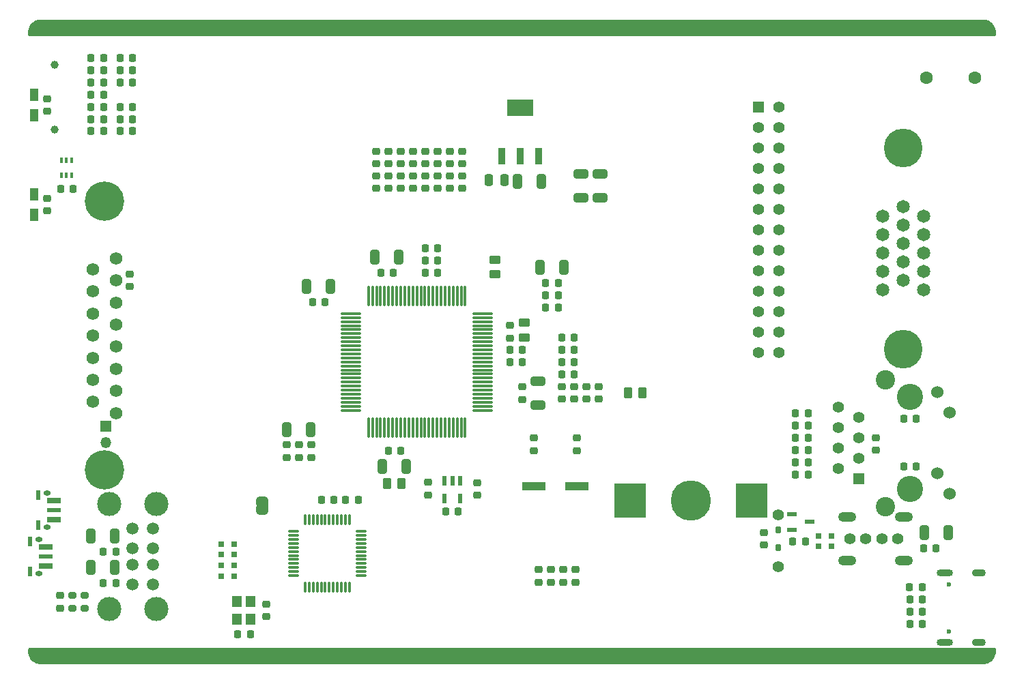
<source format=gbr>
%TF.GenerationSoftware,KiCad,Pcbnew,9.0.0*%
%TF.CreationDate,2025-05-16T22:45:05-04:00*%
%TF.ProjectId,REV.C,5245562e-432e-46b6-9963-61645f706362,0.1*%
%TF.SameCoordinates,Original*%
%TF.FileFunction,Soldermask,Bot*%
%TF.FilePolarity,Negative*%
%FSLAX46Y46*%
G04 Gerber Fmt 4.6, Leading zero omitted, Abs format (unit mm)*
G04 Created by KiCad (PCBNEW 9.0.0) date 2025-05-16 22:45:05*
%MOMM*%
%LPD*%
G01*
G04 APERTURE LIST*
G04 Aperture macros list*
%AMRoundRect*
0 Rectangle with rounded corners*
0 $1 Rounding radius*
0 $2 $3 $4 $5 $6 $7 $8 $9 X,Y pos of 4 corners*
0 Add a 4 corners polygon primitive as box body*
4,1,4,$2,$3,$4,$5,$6,$7,$8,$9,$2,$3,0*
0 Add four circle primitives for the rounded corners*
1,1,$1+$1,$2,$3*
1,1,$1+$1,$4,$5*
1,1,$1+$1,$6,$7*
1,1,$1+$1,$8,$9*
0 Add four rect primitives between the rounded corners*
20,1,$1+$1,$2,$3,$4,$5,0*
20,1,$1+$1,$4,$5,$6,$7,0*
20,1,$1+$1,$6,$7,$8,$9,0*
20,1,$1+$1,$8,$9,$2,$3,0*%
%AMFreePoly0*
4,1,23,0.500000,-0.750000,0.000000,-0.750000,0.000000,-0.745722,-0.065263,-0.745722,-0.191342,-0.711940,-0.304381,-0.646677,-0.396677,-0.554381,-0.461940,-0.441342,-0.495722,-0.315263,-0.495722,-0.250000,-0.500000,-0.250000,-0.500000,0.250000,-0.495722,0.250000,-0.495722,0.315263,-0.461940,0.441342,-0.396677,0.554381,-0.304381,0.646677,-0.191342,0.711940,-0.065263,0.745722,0.000000,0.745722,
0.000000,0.750000,0.500000,0.750000,0.500000,-0.750000,0.500000,-0.750000,$1*%
%AMFreePoly1*
4,1,23,0.000000,0.745722,0.065263,0.745722,0.191342,0.711940,0.304381,0.646677,0.396677,0.554381,0.461940,0.441342,0.495722,0.315263,0.495722,0.250000,0.500000,0.250000,0.500000,-0.250000,0.495722,-0.250000,0.495722,-0.315263,0.461940,-0.441342,0.396677,-0.554381,0.304381,-0.646677,0.191342,-0.711940,0.065263,-0.745722,0.000000,-0.745722,0.000000,-0.750000,-0.500000,-0.750000,
-0.500000,0.750000,0.000000,0.750000,0.000000,0.745722,0.000000,0.745722,$1*%
G04 Aperture macros list end*
%ADD10R,1.350000X1.350000*%
%ADD11O,1.350000X1.350000*%
%ADD12C,1.500000*%
%ADD13C,3.000000*%
%ADD14C,1.562000*%
%ADD15C,4.877000*%
%ADD16C,1.600000*%
%ADD17C,1.397000*%
%ADD18C,1.000000*%
%ADD19R,1.397000X1.397000*%
%ADD20C,3.250000*%
%ADD21R,1.408000X1.408000*%
%ADD22C,1.408000*%
%ADD23C,1.530000*%
%ADD24C,2.400000*%
%ADD25C,1.650000*%
%ADD26C,4.800000*%
%ADD27C,1.420000*%
%ADD28O,2.250000X1.250000*%
%ADD29C,0.600000*%
%ADD30O,2.000000X0.900000*%
%ADD31O,1.700000X0.900000*%
%ADD32RoundRect,0.225000X0.225000X0.250000X-0.225000X0.250000X-0.225000X-0.250000X0.225000X-0.250000X0*%
%ADD33R,0.700000X0.700000*%
%ADD34RoundRect,0.225000X-0.250000X0.225000X-0.250000X-0.225000X0.250000X-0.225000X0.250000X0.225000X0*%
%ADD35RoundRect,0.250000X0.325000X0.650000X-0.325000X0.650000X-0.325000X-0.650000X0.325000X-0.650000X0*%
%ADD36RoundRect,0.250000X-0.650000X0.325000X-0.650000X-0.325000X0.650000X-0.325000X0.650000X0.325000X0*%
%ADD37RoundRect,0.100000X0.100000X-0.225000X0.100000X0.225000X-0.100000X0.225000X-0.100000X-0.225000X0*%
%ADD38RoundRect,0.250000X-0.325000X-0.650000X0.325000X-0.650000X0.325000X0.650000X-0.325000X0.650000X0*%
%ADD39RoundRect,0.225000X-0.225000X-0.250000X0.225000X-0.250000X0.225000X0.250000X-0.225000X0.250000X0*%
%ADD40RoundRect,0.225000X0.250000X-0.225000X0.250000X0.225000X-0.250000X0.225000X-0.250000X-0.225000X0*%
%ADD41R,1.000000X1.500000*%
%ADD42RoundRect,0.250000X-0.450000X0.262500X-0.450000X-0.262500X0.450000X-0.262500X0.450000X0.262500X0*%
%ADD43RoundRect,0.075000X0.075000X-1.162500X0.075000X1.162500X-0.075000X1.162500X-0.075000X-1.162500X0*%
%ADD44RoundRect,0.075000X1.162500X-0.075000X1.162500X0.075000X-1.162500X0.075000X-1.162500X-0.075000X0*%
%ADD45R,1.200000X1.400000*%
%ADD46RoundRect,0.218750X-0.218750X-0.256250X0.218750X-0.256250X0.218750X0.256250X-0.218750X0.256250X0*%
%ADD47R,1.200000X0.600000*%
%ADD48RoundRect,0.250000X0.250000X0.475000X-0.250000X0.475000X-0.250000X-0.475000X0.250000X-0.475000X0*%
%ADD49O,1.400000X0.300000*%
%ADD50O,0.300000X1.400000*%
%ADD51RoundRect,0.250000X0.650000X-0.325000X0.650000X0.325000X-0.650000X0.325000X-0.650000X-0.325000X0*%
%ADD52RoundRect,0.200000X0.275000X-0.200000X0.275000X0.200000X-0.275000X0.200000X-0.275000X-0.200000X0*%
%ADD53FreePoly0,270.000000*%
%ADD54FreePoly1,270.000000*%
%ADD55RoundRect,0.250000X-0.262500X-0.450000X0.262500X-0.450000X0.262500X0.450000X-0.262500X0.450000X0*%
%ADD56R,0.950000X2.150000*%
%ADD57R,3.250000X2.150000*%
%ADD58RoundRect,0.175000X0.175000X-0.275000X0.175000X0.275000X-0.175000X0.275000X-0.175000X-0.275000X0*%
%ADD59O,0.900000X0.600000*%
%ADD60R,1.800000X0.700000*%
%ADD61R,1.800000X0.600000*%
%ADD62R,0.625000X1.300000*%
%ADD63RoundRect,0.218750X0.218750X0.256250X-0.218750X0.256250X-0.218750X-0.256250X0.218750X-0.256250X0*%
%ADD64RoundRect,0.250000X0.262500X0.450000X-0.262500X0.450000X-0.262500X-0.450000X0.262500X-0.450000X0*%
%ADD65R,3.000000X1.000000*%
%ADD66R,3.900000X4.200000*%
%ADD67C,5.000000*%
%ADD68R,0.600000X1.200000*%
G04 APERTURE END LIST*
%TO.C,JP2*%
G36*
X124000000Y-118970000D02*
G01*
X125500000Y-118970000D01*
X125500000Y-119270000D01*
X124000000Y-119270000D01*
X124000000Y-118970000D01*
G37*
%TD*%
D10*
%TO.C,P1*%
X105350000Y-109260000D03*
D11*
X105350000Y-111260000D03*
%TD*%
D12*
%TO.C,J3*%
X111200000Y-121950000D03*
X111200000Y-124450000D03*
X111200000Y-126450000D03*
X111200000Y-128950000D03*
X108600000Y-121950000D03*
X108600000Y-124450000D03*
X108600000Y-126450000D03*
X108600000Y-128950000D03*
D13*
X111550000Y-118900000D03*
X105750000Y-118950000D03*
X105750000Y-131950000D03*
X111550000Y-132000000D03*
%TD*%
D14*
%TO.C,J2*%
X106572000Y-107631000D03*
X106572000Y-104888000D03*
X106572000Y-102145000D03*
X106572000Y-99401000D03*
X106572000Y-96658000D03*
X106572000Y-93915000D03*
X106572000Y-91172000D03*
X106572000Y-88429000D03*
X103727000Y-106259000D03*
X103727000Y-103516000D03*
X103727000Y-100773000D03*
X103727000Y-98030000D03*
X103727000Y-95287000D03*
X103727000Y-92543000D03*
X103727000Y-89800000D03*
D15*
X105150000Y-81367000D03*
X105150000Y-114692000D03*
%TD*%
D16*
%TO.C,J6*%
X213120000Y-66040000D03*
X207120000Y-66040000D03*
%TD*%
D17*
%TO.C,SP1*%
X188730000Y-126751200D03*
X188730000Y-120248800D03*
%TD*%
D18*
%TO.C,J5*%
X99000000Y-64430000D03*
X99000000Y-72430000D03*
%TD*%
D19*
%TO.C,J9*%
X186280000Y-69670000D03*
D17*
X188820000Y-69670000D03*
X186280000Y-72210000D03*
X188820000Y-72210000D03*
X186280000Y-74750000D03*
X188820000Y-74750000D03*
X186280000Y-77290000D03*
X188820000Y-77290000D03*
X186280000Y-79830000D03*
X188820000Y-79830000D03*
X186280000Y-82370000D03*
X188820000Y-82370000D03*
X186280000Y-84910000D03*
X188820000Y-84910000D03*
X186280000Y-87450000D03*
X188820000Y-87450000D03*
X186280000Y-89990000D03*
X188820000Y-89990000D03*
X186280000Y-92530000D03*
X188820000Y-92530000D03*
X186280000Y-95070000D03*
X188820000Y-95070000D03*
X186280000Y-97610000D03*
X188820000Y-97610000D03*
X186280000Y-100150000D03*
X188820000Y-100150000D03*
%TD*%
D20*
%TO.C,J7*%
X205050000Y-105630000D03*
X205050000Y-117060000D03*
D21*
X198700000Y-115790000D03*
D22*
X196160000Y-114520000D03*
X198700000Y-113250000D03*
X196160000Y-111980000D03*
X198700000Y-110710000D03*
X196160000Y-109440000D03*
X198700000Y-108170000D03*
X196160000Y-106900000D03*
D23*
X209950000Y-117670000D03*
X208430000Y-115130000D03*
X209950000Y-107560000D03*
X208430000Y-105020000D03*
D24*
X202000000Y-119220000D03*
X202000000Y-103470000D03*
%TD*%
D25*
%TO.C,J4*%
X201690000Y-83172000D03*
X201690000Y-85462000D03*
X201690000Y-87752000D03*
X201690000Y-90042000D03*
X201690000Y-92332000D03*
X204230000Y-82027000D03*
X204230000Y-84317000D03*
X204230000Y-86607000D03*
X204230000Y-88897000D03*
X204230000Y-91187000D03*
X206770000Y-83172000D03*
X206770000Y-85462000D03*
X206770000Y-87752000D03*
X206770000Y-90042000D03*
X206770000Y-92332000D03*
D26*
X204230000Y-74685000D03*
X204230000Y-99674000D03*
%TD*%
D27*
%TO.C,J1*%
X197578000Y-123222500D03*
X199578000Y-123222500D03*
X201578000Y-123222500D03*
X203578000Y-123222500D03*
D28*
X197308000Y-120487500D03*
X204308000Y-120487500D03*
X197308000Y-125957500D03*
X204308000Y-125957500D03*
%TD*%
D29*
%TO.C,J8*%
X209910000Y-134715000D03*
X209910000Y-128935000D03*
D30*
X209410000Y-136150000D03*
D31*
X213590000Y-136150000D03*
D30*
X209410000Y-127500000D03*
D31*
X213590000Y-127500000D03*
%TD*%
D32*
%TO.C,R18*%
X108625000Y-63530000D03*
X107075000Y-63530000D03*
%TD*%
D33*
%TO.C,L2*%
X121260000Y-126570000D03*
X119660000Y-126570000D03*
X119660000Y-127870000D03*
X121260000Y-127870000D03*
%TD*%
D34*
%TO.C,C13*%
X161900000Y-104365000D03*
X161900000Y-105915000D03*
%TD*%
D35*
%TO.C,C46*%
X130750000Y-109665000D03*
X127800000Y-109665000D03*
%TD*%
D36*
%TO.C,C5*%
X158930000Y-103685000D03*
X158930000Y-106635000D03*
%TD*%
D34*
%TO.C,R37*%
X98010000Y-80975000D03*
X98010000Y-82525000D03*
%TD*%
D37*
%TO.C,U7*%
X101100000Y-78130000D03*
X100450000Y-78130000D03*
X99800000Y-78130000D03*
X99800000Y-76230000D03*
X100450000Y-76230000D03*
X101100000Y-76230000D03*
%TD*%
D38*
%TO.C,C6*%
X159175000Y-89570000D03*
X162125000Y-89570000D03*
%TD*%
D34*
%TO.C,C34*%
X200820000Y-110715000D03*
X200820000Y-112265000D03*
%TD*%
D32*
%TO.C,C1*%
X141885000Y-112300000D03*
X140335000Y-112300000D03*
%TD*%
D39*
%TO.C,C30*%
X99725000Y-79825000D03*
X101275000Y-79825000D03*
%TD*%
D32*
%TO.C,R31*%
X108622500Y-71130000D03*
X107072500Y-71130000D03*
%TD*%
D40*
%TO.C,C4*%
X156970000Y-105935000D03*
X156970000Y-104385000D03*
%TD*%
D32*
%TO.C,R40*%
X206575000Y-132330000D03*
X205025000Y-132330000D03*
%TD*%
D41*
%TO.C,D2*%
X96465000Y-82980000D03*
X96465000Y-80480000D03*
%TD*%
D32*
%TO.C,C24*%
X149025000Y-119812500D03*
X147475000Y-119812500D03*
%TD*%
D42*
%TO.C,FB1*%
X157220000Y-96425000D03*
X157220000Y-98250000D03*
%TD*%
D43*
%TO.C,U3*%
X149900000Y-109450000D03*
X149400000Y-109450000D03*
X148900000Y-109450000D03*
X148400000Y-109450000D03*
X147900000Y-109450000D03*
X147400000Y-109450000D03*
X146900000Y-109450000D03*
X146400000Y-109450000D03*
X145900000Y-109450000D03*
X145400000Y-109450000D03*
X144900000Y-109450000D03*
X144400000Y-109450000D03*
X143900000Y-109450000D03*
X143400000Y-109450000D03*
X142900000Y-109450000D03*
X142400000Y-109450000D03*
X141900000Y-109450000D03*
X141400000Y-109450000D03*
X140900000Y-109450000D03*
X140400000Y-109450000D03*
X139900000Y-109450000D03*
X139400000Y-109450000D03*
X138900000Y-109450000D03*
X138400000Y-109450000D03*
X137900000Y-109450000D03*
D44*
X135737500Y-107287500D03*
X135737500Y-106787500D03*
X135737500Y-106287500D03*
X135737500Y-105787500D03*
X135737500Y-105287500D03*
X135737500Y-104787500D03*
X135737500Y-104287500D03*
X135737500Y-103787500D03*
X135737500Y-103287500D03*
X135737500Y-102787500D03*
X135737500Y-102287500D03*
X135737500Y-101787500D03*
X135737500Y-101287500D03*
X135737500Y-100787500D03*
X135737500Y-100287500D03*
X135737500Y-99787500D03*
X135737500Y-99287500D03*
X135737500Y-98787500D03*
X135737500Y-98287500D03*
X135737500Y-97787500D03*
X135737500Y-97287500D03*
X135737500Y-96787500D03*
X135737500Y-96287500D03*
X135737500Y-95787500D03*
X135737500Y-95287500D03*
D43*
X137900000Y-93125000D03*
X138400000Y-93125000D03*
X138900000Y-93125000D03*
X139400000Y-93125000D03*
X139900000Y-93125000D03*
X140400000Y-93125000D03*
X140900000Y-93125000D03*
X141400000Y-93125000D03*
X141900000Y-93125000D03*
X142400000Y-93125000D03*
X142900000Y-93125000D03*
X143400000Y-93125000D03*
X143900000Y-93125000D03*
X144400000Y-93125000D03*
X144900000Y-93125000D03*
X145400000Y-93125000D03*
X145900000Y-93125000D03*
X146400000Y-93125000D03*
X146900000Y-93125000D03*
X147400000Y-93125000D03*
X147900000Y-93125000D03*
X148400000Y-93125000D03*
X148900000Y-93125000D03*
X149400000Y-93125000D03*
X149900000Y-93125000D03*
D44*
X152062500Y-95287500D03*
X152062500Y-95787500D03*
X152062500Y-96287500D03*
X152062500Y-96787500D03*
X152062500Y-97287500D03*
X152062500Y-97787500D03*
X152062500Y-98287500D03*
X152062500Y-98787500D03*
X152062500Y-99287500D03*
X152062500Y-99787500D03*
X152062500Y-100287500D03*
X152062500Y-100787500D03*
X152062500Y-101287500D03*
X152062500Y-101787500D03*
X152062500Y-102287500D03*
X152062500Y-102787500D03*
X152062500Y-103287500D03*
X152062500Y-103787500D03*
X152062500Y-104287500D03*
X152062500Y-104787500D03*
X152062500Y-105287500D03*
X152062500Y-105787500D03*
X152062500Y-106287500D03*
X152062500Y-106787500D03*
X152062500Y-107287500D03*
%TD*%
D40*
%TO.C,C44*%
X129285000Y-113140000D03*
X129285000Y-111590000D03*
%TD*%
D32*
%TO.C,C12*%
X161425000Y-93050000D03*
X159875000Y-93050000D03*
%TD*%
D39*
%TO.C,C33*%
X190870000Y-115280000D03*
X192420000Y-115280000D03*
%TD*%
%TO.C,R25*%
X190870000Y-113760000D03*
X192420000Y-113760000D03*
%TD*%
%TO.C,C28*%
X144910000Y-87170000D03*
X146460000Y-87170000D03*
%TD*%
D45*
%TO.C,X2*%
X121600000Y-133220000D03*
X121600000Y-131020000D03*
X123300000Y-131020000D03*
X123300000Y-133220000D03*
%TD*%
D32*
%TO.C,R39*%
X206575000Y-130810000D03*
X205025000Y-130810000D03*
%TD*%
D46*
%TO.C,F3*%
X105000000Y-124850000D03*
X106575000Y-124850000D03*
%TD*%
D34*
%TO.C,R3*%
X138850000Y-78165000D03*
X138850000Y-79715000D03*
%TD*%
D32*
%TO.C,C50*%
X136610000Y-118450000D03*
X135060000Y-118450000D03*
%TD*%
D34*
%TO.C,R1*%
X140370000Y-78165000D03*
X140370000Y-79715000D03*
%TD*%
D39*
%TO.C,R26*%
X204275000Y-108360000D03*
X205825000Y-108360000D03*
%TD*%
%TO.C,C3*%
X144910000Y-90230000D03*
X146460000Y-90230000D03*
%TD*%
D34*
%TO.C,C26*%
X99620000Y-130295000D03*
X99620000Y-131845000D03*
%TD*%
D39*
%TO.C,R14*%
X103500000Y-69610000D03*
X105050000Y-69610000D03*
%TD*%
D38*
%TO.C,C25*%
X206855000Y-122500000D03*
X209805000Y-122500000D03*
%TD*%
D47*
%TO.C,Q2*%
X190450000Y-122110000D03*
X192650000Y-121160000D03*
X190450000Y-120210000D03*
%TD*%
D32*
%TO.C,R30*%
X108625000Y-69610000D03*
X107075000Y-69610000D03*
%TD*%
D39*
%TO.C,C2*%
X139405000Y-90230000D03*
X140955000Y-90230000D03*
%TD*%
D48*
%TO.C,C29*%
X154760000Y-78700000D03*
X152860000Y-78700000D03*
%TD*%
D39*
%TO.C,C15*%
X155455000Y-99820000D03*
X157005000Y-99820000D03*
%TD*%
D38*
%TO.C,C62*%
X139635000Y-114255023D03*
X142585000Y-114255023D03*
%TD*%
D49*
%TO.C,U6*%
X136990000Y-122315000D03*
X136990000Y-122815000D03*
X136990000Y-123315000D03*
X136990000Y-123815000D03*
X136990000Y-124315000D03*
X136990000Y-124815000D03*
X136990000Y-125315000D03*
X136990000Y-125815000D03*
X136990000Y-126315000D03*
X136990000Y-126815000D03*
X136990000Y-127315000D03*
X136990000Y-127815000D03*
D50*
X135540000Y-129265000D03*
X135040000Y-129265000D03*
X134540000Y-129265000D03*
X134040000Y-129265000D03*
X133540000Y-129265000D03*
X133040000Y-129265000D03*
X132540000Y-129265000D03*
X132040000Y-129265000D03*
X131540000Y-129265000D03*
X131040000Y-129265000D03*
X130540000Y-129265000D03*
X130040000Y-129265000D03*
D49*
X128590000Y-127815000D03*
X128590000Y-127315000D03*
X128590000Y-126815000D03*
X128590000Y-126315000D03*
X128590000Y-125815000D03*
X128590000Y-125315000D03*
X128590000Y-124815000D03*
X128590000Y-124315000D03*
X128590000Y-123815000D03*
X128590000Y-123315000D03*
X128590000Y-122815000D03*
X128590000Y-122315000D03*
D50*
X130040000Y-120865000D03*
X130540000Y-120865000D03*
X131040000Y-120865000D03*
X131540000Y-120865000D03*
X132040000Y-120865000D03*
X132540000Y-120865000D03*
X133040000Y-120865000D03*
X133540000Y-120865000D03*
X134040000Y-120865000D03*
X134540000Y-120865000D03*
X135040000Y-120865000D03*
X135540000Y-120865000D03*
%TD*%
D40*
%TO.C,R44*%
X160510000Y-128620000D03*
X160510000Y-127070000D03*
%TD*%
D34*
%TO.C,C43*%
X186970000Y-122490000D03*
X186970000Y-124040000D03*
%TD*%
D39*
%TO.C,R24*%
X190870000Y-112240000D03*
X192420000Y-112240000D03*
%TD*%
D32*
%TO.C,R28*%
X108627500Y-65050000D03*
X107077500Y-65050000D03*
%TD*%
%TO.C,R41*%
X206575000Y-133850000D03*
X205025000Y-133850000D03*
%TD*%
D51*
%TO.C,C38*%
X164220000Y-80885000D03*
X164220000Y-77935000D03*
%TD*%
D40*
%TO.C,C37*%
X127760000Y-113140000D03*
X127760000Y-111590000D03*
%TD*%
D34*
%TO.C,R2*%
X147970000Y-78165000D03*
X147970000Y-79715000D03*
%TD*%
D52*
%TO.C,R42*%
X102660000Y-131895000D03*
X102660000Y-130245000D03*
%TD*%
D34*
%TO.C,R19*%
X98010000Y-68640000D03*
X98010000Y-70190000D03*
%TD*%
D46*
%TO.C,F1*%
X205012500Y-129290000D03*
X206587500Y-129290000D03*
%TD*%
D34*
%TO.C,R5*%
X108300000Y-90375000D03*
X108300000Y-91925000D03*
%TD*%
D39*
%TO.C,R36*%
X161880000Y-102860000D03*
X163430000Y-102860000D03*
%TD*%
D35*
%TO.C,C48*%
X106445000Y-126790000D03*
X103495000Y-126790000D03*
%TD*%
D34*
%TO.C,C8*%
X155470000Y-96760000D03*
X155470000Y-98310000D03*
%TD*%
D39*
%TO.C,C54*%
X121690000Y-135130000D03*
X123240000Y-135130000D03*
%TD*%
D34*
%TO.C,R10*%
X145250000Y-116237500D03*
X145250000Y-117787500D03*
%TD*%
%TO.C,R46*%
X162030000Y-127070000D03*
X162030000Y-128620000D03*
%TD*%
D39*
%TO.C,R22*%
X190870000Y-109200000D03*
X192420000Y-109200000D03*
%TD*%
D34*
%TO.C,C20*%
X143410000Y-78165000D03*
X143410000Y-79715000D03*
%TD*%
%TO.C,C52*%
X125260000Y-131335000D03*
X125260000Y-132885000D03*
%TD*%
D40*
%TO.C,C45*%
X130810000Y-113140000D03*
X130810000Y-111590000D03*
%TD*%
D38*
%TO.C,C35*%
X156405000Y-78870000D03*
X159355000Y-78870000D03*
%TD*%
D32*
%TO.C,C49*%
X133590000Y-118450000D03*
X132040000Y-118450000D03*
%TD*%
D53*
%TO.C,JP2*%
X124750000Y-118470000D03*
D54*
X124750000Y-119770000D03*
%TD*%
D39*
%TO.C,C7*%
X159875000Y-91520000D03*
X161425000Y-91520000D03*
%TD*%
D55*
%TO.C,FB2*%
X140177500Y-116420000D03*
X142002500Y-116420000D03*
%TD*%
D32*
%TO.C,C27*%
X146460000Y-88700000D03*
X144910000Y-88700000D03*
%TD*%
D40*
%TO.C,R21*%
X166480000Y-105915000D03*
X166480000Y-104365000D03*
%TD*%
D34*
%TO.C,C22*%
X141890000Y-78165000D03*
X141890000Y-79715000D03*
%TD*%
D39*
%TO.C,R34*%
X161880000Y-98300000D03*
X163430000Y-98300000D03*
%TD*%
D46*
%TO.C,F4*%
X105000000Y-128730000D03*
X106575000Y-128730000D03*
%TD*%
D39*
%TO.C,R17*%
X103500000Y-63530000D03*
X105050000Y-63530000D03*
%TD*%
D40*
%TO.C,R20*%
X163430000Y-105915000D03*
X163430000Y-104365000D03*
%TD*%
D39*
%TO.C,C32*%
X190870000Y-107680000D03*
X192420000Y-107680000D03*
%TD*%
D42*
%TO.C,FB4*%
X153580000Y-88597500D03*
X153580000Y-90422500D03*
%TD*%
D32*
%TO.C,R33*%
X163430000Y-99820000D03*
X161880000Y-99820000D03*
%TD*%
D40*
%TO.C,C17*%
X147970000Y-76700000D03*
X147970000Y-75150000D03*
%TD*%
%TO.C,C19*%
X149490000Y-76700000D03*
X149490000Y-75150000D03*
%TD*%
%TO.C,C10*%
X158380000Y-112300000D03*
X158380000Y-110750000D03*
%TD*%
%TO.C,C18*%
X138850000Y-76700000D03*
X138850000Y-75150000D03*
%TD*%
D39*
%TO.C,R15*%
X103500000Y-66570000D03*
X105050000Y-66570000D03*
%TD*%
D32*
%TO.C,R32*%
X108622500Y-72650000D03*
X107072500Y-72650000D03*
%TD*%
D39*
%TO.C,R13*%
X103500000Y-71130000D03*
X105050000Y-71130000D03*
%TD*%
D34*
%TO.C,C23*%
X146450000Y-78165000D03*
X146450000Y-79715000D03*
%TD*%
D32*
%TO.C,C36*%
X105050000Y-68090000D03*
X103500000Y-68090000D03*
%TD*%
D39*
%TO.C,R23*%
X190870000Y-110720000D03*
X192420000Y-110720000D03*
%TD*%
D34*
%TO.C,R11*%
X143410000Y-75150000D03*
X143410000Y-76700000D03*
%TD*%
D40*
%TO.C,R43*%
X158990000Y-128620000D03*
X158990000Y-127070000D03*
%TD*%
D33*
%TO.C,L3*%
X121260000Y-123890000D03*
X119660000Y-123890000D03*
X119660000Y-125190000D03*
X121260000Y-125190000D03*
%TD*%
D38*
%TO.C,C53*%
X130245000Y-91920000D03*
X133195000Y-91920000D03*
%TD*%
D56*
%TO.C,U4*%
X159000000Y-75740000D03*
X156700000Y-75740000D03*
D57*
X156700000Y-69690000D03*
D56*
X154400000Y-75740000D03*
%TD*%
D32*
%TO.C,R38*%
X192065000Y-123580000D03*
X190515000Y-123580000D03*
%TD*%
D35*
%TO.C,C47*%
X106440000Y-122910000D03*
X103490000Y-122910000D03*
%TD*%
D39*
%TO.C,R16*%
X103500000Y-65050000D03*
X105050000Y-65050000D03*
%TD*%
D58*
%TO.C,D3*%
X188720000Y-124360000D03*
X188720000Y-122160000D03*
%TD*%
D41*
%TO.C,D1*%
X96465000Y-70630000D03*
X96465000Y-68130000D03*
%TD*%
D35*
%TO.C,C61*%
X141655000Y-88274977D03*
X138705000Y-88274977D03*
%TD*%
D59*
%TO.C,SW2*%
X97000000Y-127575000D03*
X97000000Y-123325000D03*
D60*
X97900000Y-126650000D03*
X97900000Y-124250000D03*
D61*
X97900000Y-125450000D03*
D62*
X95962500Y-127300000D03*
X95962500Y-123600000D03*
%TD*%
D40*
%TO.C,C31*%
X164960000Y-105915000D03*
X164960000Y-104365000D03*
%TD*%
D59*
%TO.C,SW3*%
X98017500Y-121815000D03*
X98017500Y-117565000D03*
D60*
X98917500Y-120890000D03*
X98917500Y-118490000D03*
D61*
X98917500Y-119690000D03*
D62*
X96980000Y-121540000D03*
X96980000Y-117840000D03*
%TD*%
D63*
%TO.C,F2*%
X208292500Y-124440000D03*
X206717500Y-124440000D03*
%TD*%
D34*
%TO.C,R4*%
X149490000Y-78165000D03*
X149490000Y-79715000D03*
%TD*%
D64*
%TO.C,FB3*%
X171882500Y-105150000D03*
X170057500Y-105150000D03*
%TD*%
D32*
%TO.C,R29*%
X108625000Y-66570000D03*
X107075000Y-66570000D03*
%TD*%
D40*
%TO.C,C9*%
X163740000Y-112300000D03*
X163740000Y-110750000D03*
%TD*%
D32*
%TO.C,C11*%
X161430000Y-94570000D03*
X159880000Y-94570000D03*
%TD*%
D39*
%TO.C,C16*%
X155455000Y-101350000D03*
X157005000Y-101350000D03*
%TD*%
D33*
%TO.C,L1*%
X195320000Y-122870000D03*
X193720000Y-122870000D03*
X193720000Y-124170000D03*
X195320000Y-124170000D03*
%TD*%
D34*
%TO.C,R45*%
X163550000Y-127070000D03*
X163550000Y-128620000D03*
%TD*%
D39*
%TO.C,R12*%
X103500000Y-72650000D03*
X105050000Y-72650000D03*
%TD*%
D40*
%TO.C,C14*%
X140370000Y-76700000D03*
X140370000Y-75150000D03*
%TD*%
D52*
%TO.C,R47*%
X101140000Y-131895000D03*
X101140000Y-130245000D03*
%TD*%
D65*
%TO.C,X1*%
X163720000Y-116730000D03*
X158380000Y-116730000D03*
%TD*%
D32*
%TO.C,R35*%
X163430000Y-101340000D03*
X161880000Y-101340000D03*
%TD*%
D34*
%TO.C,C21*%
X144930000Y-78165000D03*
X144930000Y-79715000D03*
%TD*%
%TO.C,R6*%
X146450000Y-75150000D03*
X146450000Y-76700000D03*
%TD*%
D39*
%TO.C,C51*%
X130945000Y-93870094D03*
X132495000Y-93870094D03*
%TD*%
%TO.C,R27*%
X204275000Y-114290000D03*
X205825000Y-114290000D03*
%TD*%
D66*
%TO.C,BT1*%
X170340000Y-118520000D03*
X185440000Y-118520000D03*
D67*
X177890000Y-118520000D03*
%TD*%
D34*
%TO.C,R8*%
X144930000Y-75150000D03*
X144930000Y-76700000D03*
%TD*%
D51*
%TO.C,C39*%
X166600000Y-80885000D03*
X166600000Y-77935000D03*
%TD*%
D34*
%TO.C,R9*%
X151350000Y-116275000D03*
X151350000Y-117825000D03*
%TD*%
D68*
%TO.C,U2*%
X147350000Y-116050000D03*
X148300000Y-116050000D03*
X149250000Y-116050000D03*
X149250000Y-118250000D03*
X147350000Y-118250000D03*
%TD*%
D34*
%TO.C,R7*%
X141890000Y-75150000D03*
X141890000Y-76700000D03*
%TD*%
G36*
X214198127Y-58800659D02*
G01*
X214200562Y-58800683D01*
X214308674Y-58802807D01*
X214325638Y-58804310D01*
X214540410Y-58838331D01*
X214559330Y-58842874D01*
X214764964Y-58909692D01*
X214782940Y-58917138D01*
X214975593Y-59015303D01*
X214992183Y-59025469D01*
X215167115Y-59152566D01*
X215181910Y-59165203D01*
X215334796Y-59318089D01*
X215347433Y-59332884D01*
X215474530Y-59507816D01*
X215484696Y-59524406D01*
X215582861Y-59717059D01*
X215590307Y-59735035D01*
X215657125Y-59940669D01*
X215661668Y-59959589D01*
X215695689Y-60174361D01*
X215697192Y-60191325D01*
X215699316Y-60299437D01*
X215699340Y-60301872D01*
X215699343Y-60675999D01*
X215679659Y-60743039D01*
X215626855Y-60788794D01*
X215575343Y-60800000D01*
X95824000Y-60800000D01*
X95756961Y-60780315D01*
X95711206Y-60727511D01*
X95700000Y-60676000D01*
X95700000Y-60301208D01*
X95700024Y-60298777D01*
X95702144Y-60190663D01*
X95703647Y-60173696D01*
X95737663Y-59958931D01*
X95742205Y-59940011D01*
X95809021Y-59734370D01*
X95816467Y-59716393D01*
X95914631Y-59523735D01*
X95924798Y-59507144D01*
X96051894Y-59332213D01*
X96064531Y-59317418D01*
X96217418Y-59164531D01*
X96232213Y-59151894D01*
X96407144Y-59024798D01*
X96423735Y-59014631D01*
X96616393Y-58916467D01*
X96634370Y-58909021D01*
X96840011Y-58842205D01*
X96858931Y-58837663D01*
X97073696Y-58803647D01*
X97090663Y-58802144D01*
X97198777Y-58800024D01*
X97201209Y-58800000D01*
X214198127Y-58800659D01*
G37*
G36*
X215643036Y-136819685D02*
G01*
X215688791Y-136872489D01*
X215699997Y-136923999D01*
X215699999Y-137298727D01*
X215699972Y-137301300D01*
X215697731Y-137409308D01*
X215696211Y-137426263D01*
X215661974Y-137640962D01*
X215657417Y-137659859D01*
X215590423Y-137865416D01*
X215582969Y-137883370D01*
X215484677Y-138075921D01*
X215474509Y-138092489D01*
X215347332Y-138267312D01*
X215334699Y-138282087D01*
X215181759Y-138434888D01*
X215166973Y-138447507D01*
X214992030Y-138574530D01*
X214975453Y-138584684D01*
X214782812Y-138682802D01*
X214764851Y-138690239D01*
X214559245Y-138757043D01*
X214540344Y-138761583D01*
X214325588Y-138795629D01*
X214308675Y-138797133D01*
X214200580Y-138799315D01*
X214198077Y-138799340D01*
X97201873Y-138799340D01*
X97199437Y-138799316D01*
X97091325Y-138797192D01*
X97074361Y-138795689D01*
X96859589Y-138761668D01*
X96840669Y-138757125D01*
X96635035Y-138690307D01*
X96617059Y-138682861D01*
X96424406Y-138584696D01*
X96407816Y-138574530D01*
X96232884Y-138447433D01*
X96218089Y-138434796D01*
X96065203Y-138281910D01*
X96052566Y-138267115D01*
X95925469Y-138092183D01*
X95915303Y-138075593D01*
X95817138Y-137882940D01*
X95809692Y-137864964D01*
X95742874Y-137659330D01*
X95738331Y-137640410D01*
X95704310Y-137425638D01*
X95702807Y-137408673D01*
X95700681Y-137300449D01*
X95700657Y-137298270D01*
X95700000Y-136979640D01*
X95700000Y-136924000D01*
X95719685Y-136856961D01*
X95772489Y-136811206D01*
X95824000Y-136800000D01*
X215575997Y-136800000D01*
X215643036Y-136819685D01*
G37*
M02*

</source>
